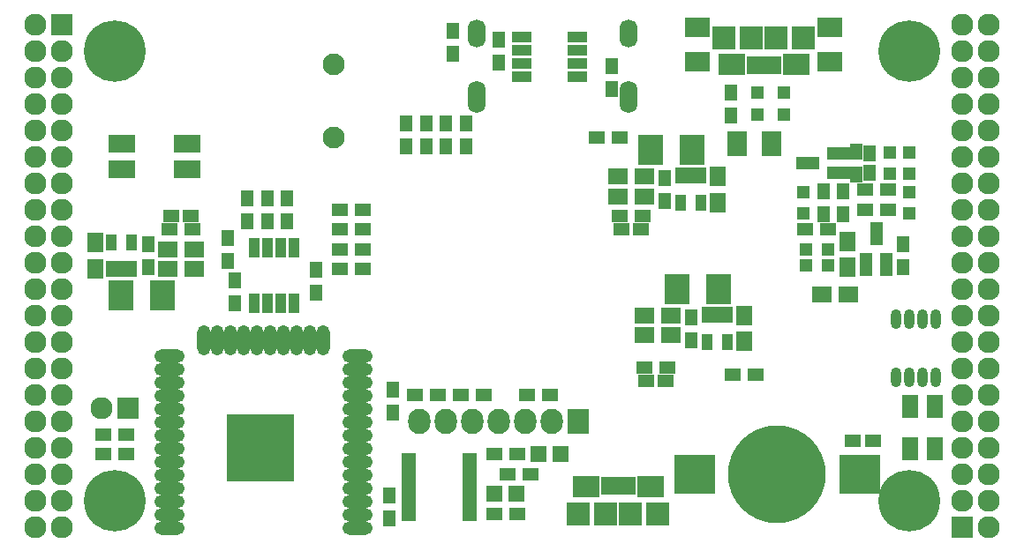
<source format=gbs>
G04 #@! TF.FileFunction,Soldermask,Bot*
%FSLAX46Y46*%
G04 Gerber Fmt 4.6, Leading zero omitted, Abs format (unit mm)*
G04 Created by KiCad (PCBNEW 4.0.5+dfsg1-4) date Wed May 17 14:14:23 2017*
%MOMM*%
%LPD*%
G01*
G04 APERTURE LIST*
%ADD10C,0.100000*%
%ADD11R,3.900000X3.700000*%
%ADD12C,9.400000*%
%ADD13R,2.432000X1.924000*%
%ADD14R,2.400000X2.900000*%
%ADD15R,1.100000X1.600000*%
%ADD16R,1.650000X1.900000*%
%ADD17R,1.900000X1.650000*%
%ADD18R,1.924000X2.432000*%
%ADD19O,1.009600X1.873200*%
%ADD20R,1.200000X1.300000*%
%ADD21R,1.300000X1.200000*%
%ADD22C,2.100000*%
%ADD23R,1.200000X2.300000*%
%ADD24R,2.300000X1.200000*%
%ADD25R,1.600000X1.150000*%
%ADD26R,1.150000X1.600000*%
%ADD27R,1.600000X1.300000*%
%ADD28R,1.300000X1.600000*%
%ADD29O,1.700000X3.100000*%
%ADD30O,1.700000X2.700000*%
%ADD31R,1.000000X1.950000*%
%ADD32R,1.950000X1.000000*%
%ADD33O,2.900000X1.300000*%
%ADD34O,1.300000X2.900000*%
%ADD35R,6.400000X6.400000*%
%ADD36R,2.127200X2.127200*%
%ADD37O,2.127200X2.127200*%
%ADD38C,5.900000*%
%ADD39R,1.400000X0.800000*%
%ADD40R,1.600000X2.200000*%
%ADD41R,2.600000X1.800000*%
%ADD42R,2.127200X2.432000*%
%ADD43O,2.127200X2.432000*%
%ADD44R,1.598880X1.598880*%
%ADD45R,2.500000X2.000000*%
%ADD46R,2.300000X2.300000*%
%ADD47R,0.800000X1.750000*%
%ADD48R,2.200000X2.300000*%
G04 APERTURE END LIST*
D10*
D11*
X174390000Y-105870000D03*
X158590000Y-105870000D03*
D12*
X166490000Y-105870000D03*
D13*
X171570000Y-62944000D03*
X171570000Y-66246000D03*
D14*
X160870000Y-88090000D03*
X156870000Y-88090000D03*
D15*
X159825000Y-90600000D03*
X160775000Y-90600000D03*
X161725000Y-90600000D03*
X161725000Y-93200000D03*
X159825000Y-93200000D03*
D14*
X158330000Y-74755000D03*
X154330000Y-74755000D03*
D15*
X157285000Y-77235000D03*
X158235000Y-77235000D03*
X159185000Y-77235000D03*
X159185000Y-79835000D03*
X157285000Y-79835000D03*
D14*
X103530000Y-88725000D03*
X107530000Y-88725000D03*
D15*
X104575000Y-86215000D03*
X103625000Y-86215000D03*
X102675000Y-86215000D03*
X102675000Y-83615000D03*
X104575000Y-83615000D03*
D16*
X101085000Y-83665000D03*
X101085000Y-86165000D03*
D17*
X153810000Y-90630000D03*
X156310000Y-90630000D03*
X153810000Y-92535000D03*
X156310000Y-92535000D03*
D16*
X163315000Y-93150000D03*
X163315000Y-90650000D03*
D17*
X151270000Y-79200000D03*
X153770000Y-79200000D03*
X151270000Y-77295000D03*
X153770000Y-77295000D03*
D16*
X160775000Y-79815000D03*
X160775000Y-77315000D03*
D17*
X110590000Y-84280000D03*
X108090000Y-84280000D03*
X110590000Y-86185000D03*
X108090000Y-86185000D03*
D18*
X162680000Y-74120000D03*
X165982000Y-74120000D03*
D13*
X158870000Y-66246000D03*
X158870000Y-62944000D03*
D19*
X181730000Y-96599000D03*
X180460000Y-96599000D03*
X179190000Y-96599000D03*
X177920000Y-96599000D03*
X177920000Y-91011000D03*
X179190000Y-91011000D03*
X180460000Y-91011000D03*
X181730000Y-91011000D03*
D16*
X173221000Y-86038000D03*
X173221000Y-83538000D03*
D20*
X169250000Y-84280000D03*
X171350000Y-84280000D03*
D21*
X179190000Y-80885000D03*
X179190000Y-78785000D03*
X177285000Y-74975000D03*
X177285000Y-77075000D03*
X169030000Y-80885000D03*
X169030000Y-78785000D03*
D22*
X123945000Y-66540000D03*
X123945000Y-73540000D03*
D23*
X176965000Y-85780000D03*
X175065000Y-85780000D03*
X176015000Y-82780000D03*
D24*
X172435000Y-75075000D03*
X172435000Y-76975000D03*
X169435000Y-76025000D03*
D25*
X153910000Y-96910000D03*
X155810000Y-96910000D03*
X151570000Y-82375000D03*
X153470000Y-82375000D03*
X110290000Y-81105000D03*
X108390000Y-81105000D03*
D26*
X175380000Y-75075000D03*
X175380000Y-76975000D03*
D27*
X169200000Y-82375000D03*
X171400000Y-82375000D03*
D28*
X172840000Y-80935000D03*
X172840000Y-78735000D03*
D27*
X177115000Y-80470000D03*
X174915000Y-80470000D03*
D28*
X174110000Y-74925000D03*
X174110000Y-77125000D03*
X178555000Y-83815000D03*
X178555000Y-86015000D03*
X113785000Y-83180000D03*
X113785000Y-85380000D03*
X170935000Y-80935000D03*
X170935000Y-78735000D03*
X129280000Y-107900000D03*
X129280000Y-110100000D03*
D27*
X142825000Y-105870000D03*
X140625000Y-105870000D03*
X177115000Y-78565000D03*
X174915000Y-78565000D03*
X153760000Y-95640000D03*
X155960000Y-95640000D03*
X110440000Y-82375000D03*
X108240000Y-82375000D03*
X151420000Y-81105000D03*
X153620000Y-81105000D03*
D28*
X158235000Y-90800000D03*
X158235000Y-93000000D03*
X106165000Y-86015000D03*
X106165000Y-83815000D03*
X155695000Y-77465000D03*
X155695000Y-79665000D03*
D27*
X126782000Y-86185000D03*
X124582000Y-86185000D03*
X126782000Y-84279000D03*
X124582000Y-84279000D03*
X126782000Y-82375000D03*
X124582000Y-82375000D03*
X126782000Y-80470000D03*
X124582000Y-80470000D03*
D28*
X130930000Y-74417000D03*
X130930000Y-72217000D03*
X132835000Y-74417000D03*
X132835000Y-72217000D03*
X134740000Y-74417000D03*
X134740000Y-72217000D03*
X136645000Y-74417000D03*
X136645000Y-72217000D03*
D29*
X152280000Y-69650000D03*
X137680000Y-69650000D03*
D30*
X137680000Y-63600000D03*
X152280000Y-63600000D03*
D31*
X116325000Y-84120000D03*
X117595000Y-84120000D03*
X118865000Y-84120000D03*
X120135000Y-84120000D03*
X120135000Y-89520000D03*
X118865000Y-89520000D03*
X117595000Y-89520000D03*
X116325000Y-89520000D03*
D25*
X173795000Y-102695000D03*
X175695000Y-102695000D03*
D32*
X141980000Y-67705000D03*
X141980000Y-66435000D03*
X141980000Y-65165000D03*
X141980000Y-63895000D03*
X147380000Y-63895000D03*
X147380000Y-65165000D03*
X147380000Y-66435000D03*
X147380000Y-67705000D03*
D20*
X171350000Y-85804000D03*
X169250000Y-85804000D03*
D21*
X179190000Y-77075000D03*
X179190000Y-74975000D03*
D33*
X126260434Y-111030338D03*
X126260434Y-109760338D03*
X126260434Y-108490338D03*
X126260434Y-107220338D03*
X126260434Y-105950338D03*
X126260434Y-104680338D03*
X126260434Y-103410338D03*
X126260434Y-102140338D03*
X126260434Y-100870338D03*
X126260434Y-99600338D03*
X126260434Y-98330338D03*
X126260434Y-97060338D03*
X126260434Y-95790338D03*
X126260434Y-94520338D03*
D34*
X122975434Y-93030338D03*
X121705434Y-93030338D03*
X120435434Y-93030338D03*
X119165434Y-93030338D03*
X117895434Y-93030338D03*
X116625434Y-93030338D03*
X115355434Y-93030338D03*
X114085434Y-93030338D03*
X112815434Y-93030338D03*
X111545434Y-93030338D03*
D33*
X108260434Y-94520338D03*
X108260434Y-95790338D03*
X108260434Y-97060338D03*
X108260434Y-98330338D03*
X108260434Y-99600338D03*
X108260434Y-100870338D03*
X108260434Y-102140338D03*
X108260434Y-103410338D03*
X108260434Y-104680338D03*
X108260434Y-105950338D03*
X108260434Y-107220338D03*
X108260434Y-108490338D03*
X108260434Y-109760338D03*
X108260434Y-111030338D03*
D35*
X116960434Y-103330338D03*
D36*
X97910000Y-62690000D03*
D37*
X95370000Y-62690000D03*
X97910000Y-65230000D03*
X95370000Y-65230000D03*
X97910000Y-67770000D03*
X95370000Y-67770000D03*
X97910000Y-70310000D03*
X95370000Y-70310000D03*
X97910000Y-72850000D03*
X95370000Y-72850000D03*
X97910000Y-75390000D03*
X95370000Y-75390000D03*
X97910000Y-77930000D03*
X95370000Y-77930000D03*
X97910000Y-80470000D03*
X95370000Y-80470000D03*
X97910000Y-83010000D03*
X95370000Y-83010000D03*
X97910000Y-85550000D03*
X95370000Y-85550000D03*
X97910000Y-88090000D03*
X95370000Y-88090000D03*
X97910000Y-90630000D03*
X95370000Y-90630000D03*
X97910000Y-93170000D03*
X95370000Y-93170000D03*
X97910000Y-95710000D03*
X95370000Y-95710000D03*
X97910000Y-98250000D03*
X95370000Y-98250000D03*
X97910000Y-100790000D03*
X95370000Y-100790000D03*
X97910000Y-103330000D03*
X95370000Y-103330000D03*
X97910000Y-105870000D03*
X95370000Y-105870000D03*
X97910000Y-108410000D03*
X95370000Y-108410000D03*
X97910000Y-110950000D03*
X95370000Y-110950000D03*
D36*
X184270000Y-110950000D03*
D37*
X186810000Y-110950000D03*
X184270000Y-108410000D03*
X186810000Y-108410000D03*
X184270000Y-105870000D03*
X186810000Y-105870000D03*
X184270000Y-103330000D03*
X186810000Y-103330000D03*
X184270000Y-100790000D03*
X186810000Y-100790000D03*
X184270000Y-98250000D03*
X186810000Y-98250000D03*
X184270000Y-95710000D03*
X186810000Y-95710000D03*
X184270000Y-93170000D03*
X186810000Y-93170000D03*
X184270000Y-90630000D03*
X186810000Y-90630000D03*
X184270000Y-88090000D03*
X186810000Y-88090000D03*
X184270000Y-85550000D03*
X186810000Y-85550000D03*
X184270000Y-83010000D03*
X186810000Y-83010000D03*
X184270000Y-80470000D03*
X186810000Y-80470000D03*
X184270000Y-77930000D03*
X186810000Y-77930000D03*
X184270000Y-75390000D03*
X186810000Y-75390000D03*
X184270000Y-72850000D03*
X186810000Y-72850000D03*
X184270000Y-70310000D03*
X186810000Y-70310000D03*
X184270000Y-67770000D03*
X186810000Y-67770000D03*
X184270000Y-65230000D03*
X186810000Y-65230000D03*
X184270000Y-62690000D03*
X186810000Y-62690000D03*
D38*
X102990000Y-108410000D03*
X179190000Y-108410000D03*
X179190000Y-65230000D03*
X102990000Y-65230000D03*
D21*
X167125000Y-69260000D03*
X167125000Y-71360000D03*
X164585000Y-69260000D03*
X164585000Y-71360000D03*
D28*
X162045000Y-71410000D03*
X162045000Y-69210000D03*
X139820000Y-66330000D03*
X139820000Y-64130000D03*
X135375000Y-63300000D03*
X135375000Y-65500000D03*
X150615000Y-68870000D03*
X150615000Y-66670000D03*
D27*
X151380000Y-73600000D03*
X149180000Y-73600000D03*
D39*
X137005000Y-104215000D03*
X137005000Y-104865000D03*
X137005000Y-105515000D03*
X137005000Y-106165000D03*
X137005000Y-106815000D03*
X137005000Y-107465000D03*
X137005000Y-108115000D03*
X137005000Y-108765000D03*
X137005000Y-109415000D03*
X137005000Y-110065000D03*
X131205000Y-110065000D03*
X131205000Y-109415000D03*
X131205000Y-108765000D03*
X131205000Y-108115000D03*
X131205000Y-107465000D03*
X131205000Y-106815000D03*
X131205000Y-106165000D03*
X131205000Y-105515000D03*
X131205000Y-104865000D03*
X131205000Y-104215000D03*
D28*
X119500000Y-79370000D03*
X119500000Y-81570000D03*
X114480000Y-89500000D03*
X114480000Y-87300000D03*
X129660000Y-99985000D03*
X129660000Y-97785000D03*
X117595000Y-79370000D03*
X117595000Y-81570000D03*
X122280000Y-86300000D03*
X122280000Y-88500000D03*
X115690000Y-79370000D03*
X115690000Y-81570000D03*
D27*
X144730000Y-98250000D03*
X142530000Y-98250000D03*
X138380000Y-98250000D03*
X136180000Y-98250000D03*
X133935000Y-98250000D03*
X131735000Y-98250000D03*
X101890000Y-103965000D03*
X104090000Y-103965000D03*
D40*
X179260000Y-99425000D03*
X179260000Y-103425000D03*
X181660000Y-103425000D03*
X181660000Y-99425000D03*
D41*
X109950000Y-76640000D03*
X103650000Y-76640000D03*
X103650000Y-74140000D03*
X109950000Y-74140000D03*
D36*
X104260000Y-99520000D03*
D37*
X101720000Y-99520000D03*
D42*
X147440000Y-100790000D03*
D43*
X144900000Y-100790000D03*
X142360000Y-100790000D03*
X139820000Y-100790000D03*
X137280000Y-100790000D03*
X134740000Y-100790000D03*
X132200000Y-100790000D03*
D27*
X101890000Y-102060000D03*
X104090000Y-102060000D03*
D44*
X143630980Y-104000000D03*
X145729020Y-104000000D03*
X141504020Y-107775000D03*
X139405980Y-107775000D03*
D27*
X139355000Y-103965000D03*
X141555000Y-103965000D03*
X139355000Y-109680000D03*
X141555000Y-109680000D03*
D45*
X154350000Y-107130000D03*
X148150000Y-107130000D03*
D46*
X152450000Y-109680000D03*
X150050000Y-109680000D03*
D47*
X152550000Y-107005000D03*
X151900000Y-107005000D03*
X151250000Y-107005000D03*
X150600000Y-107005000D03*
X149950000Y-107005000D03*
D48*
X155050000Y-109680000D03*
X147450000Y-109680000D03*
D45*
X162120000Y-66510000D03*
X168320000Y-66510000D03*
D46*
X164020000Y-63960000D03*
X166420000Y-63960000D03*
D47*
X163920000Y-66635000D03*
X164570000Y-66635000D03*
X165220000Y-66635000D03*
X165870000Y-66635000D03*
X166520000Y-66635000D03*
D48*
X161420000Y-63960000D03*
X169020000Y-63960000D03*
D17*
X173330000Y-88600000D03*
X170830000Y-88600000D03*
D27*
X164415000Y-96345000D03*
X162215000Y-96345000D03*
M02*

</source>
